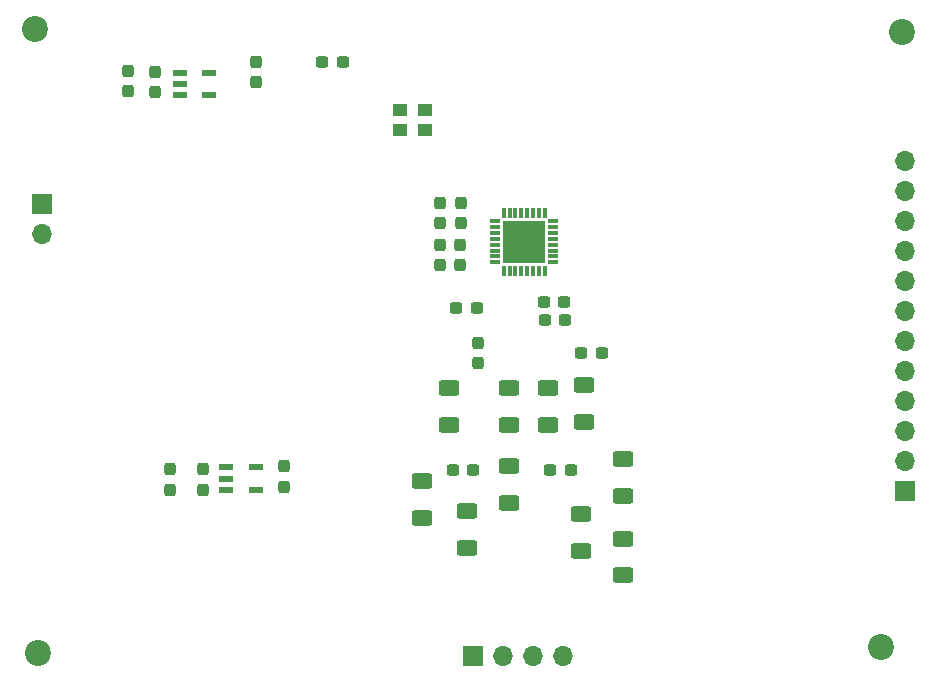
<source format=gbr>
%TF.GenerationSoftware,KiCad,Pcbnew,(6.0.10)*%
%TF.CreationDate,2023-03-06T12:11:40-08:00*%
%TF.ProjectId,PCM5242,50434d35-3234-4322-9e6b-696361645f70,rev?*%
%TF.SameCoordinates,Original*%
%TF.FileFunction,Soldermask,Top*%
%TF.FilePolarity,Negative*%
%FSLAX46Y46*%
G04 Gerber Fmt 4.6, Leading zero omitted, Abs format (unit mm)*
G04 Created by KiCad (PCBNEW (6.0.10)) date 2023-03-06 12:11:40*
%MOMM*%
%LPD*%
G01*
G04 APERTURE LIST*
G04 Aperture macros list*
%AMRoundRect*
0 Rectangle with rounded corners*
0 $1 Rounding radius*
0 $2 $3 $4 $5 $6 $7 $8 $9 X,Y pos of 4 corners*
0 Add a 4 corners polygon primitive as box body*
4,1,4,$2,$3,$4,$5,$6,$7,$8,$9,$2,$3,0*
0 Add four circle primitives for the rounded corners*
1,1,$1+$1,$2,$3*
1,1,$1+$1,$4,$5*
1,1,$1+$1,$6,$7*
1,1,$1+$1,$8,$9*
0 Add four rect primitives between the rounded corners*
20,1,$1+$1,$2,$3,$4,$5,0*
20,1,$1+$1,$4,$5,$6,$7,0*
20,1,$1+$1,$6,$7,$8,$9,0*
20,1,$1+$1,$8,$9,$2,$3,0*%
G04 Aperture macros list end*
%ADD10RoundRect,0.237500X-0.300000X-0.237500X0.300000X-0.237500X0.300000X0.237500X-0.300000X0.237500X0*%
%ADD11C,2.200000*%
%ADD12R,1.700000X1.700000*%
%ADD13O,1.700000X1.700000*%
%ADD14RoundRect,0.237500X0.300000X0.237500X-0.300000X0.237500X-0.300000X-0.237500X0.300000X-0.237500X0*%
%ADD15RoundRect,0.237500X0.237500X-0.300000X0.237500X0.300000X-0.237500X0.300000X-0.237500X-0.300000X0*%
%ADD16RoundRect,0.250000X-0.625000X0.400000X-0.625000X-0.400000X0.625000X-0.400000X0.625000X0.400000X0*%
%ADD17R,1.150000X0.600000*%
%ADD18RoundRect,0.250000X0.625000X-0.400000X0.625000X0.400000X-0.625000X0.400000X-0.625000X-0.400000X0*%
%ADD19RoundRect,0.237500X-0.237500X0.300000X-0.237500X-0.300000X0.237500X-0.300000X0.237500X0.300000X0*%
%ADD20R,0.900000X0.300000*%
%ADD21R,0.300000X0.900000*%
%ADD22R,3.550000X3.550000*%
%ADD23R,1.300000X1.100000*%
G04 APERTURE END LIST*
D10*
%TO.C,C19*%
X74829500Y-81026000D03*
X76554500Y-81026000D03*
%TD*%
D11*
%TO.C,REF\u002A\u002A*%
X123952000Y-78486000D03*
%TD*%
D12*
%TO.C,J2*%
X124206000Y-117353000D03*
D13*
X124206000Y-114813000D03*
X124206000Y-112273000D03*
X124206000Y-109733000D03*
X124206000Y-107193000D03*
X124206000Y-104653000D03*
X124206000Y-102113000D03*
X124206000Y-99573000D03*
X124206000Y-97033000D03*
X124206000Y-94493000D03*
X124206000Y-91953000D03*
X124206000Y-89413000D03*
%TD*%
D14*
%TO.C,C11*%
X95858500Y-115570000D03*
X94133500Y-115570000D03*
%TD*%
D15*
%TO.C,C15*%
X69232750Y-82751000D03*
X69232750Y-81026000D03*
%TD*%
D12*
%TO.C,J3*%
X51100000Y-93100000D03*
D13*
X51100000Y-95640000D03*
%TD*%
D16*
%TO.C,R3*%
X90648000Y-108686000D03*
X90648000Y-111786000D03*
%TD*%
D17*
%TO.C,IC1*%
X62778000Y-81960500D03*
X62778000Y-82910500D03*
X62778000Y-83860500D03*
X65278000Y-83860500D03*
X65278000Y-81960500D03*
%TD*%
D15*
%TO.C,C16*%
X58374000Y-83513000D03*
X58374000Y-81788000D03*
%TD*%
D16*
%TO.C,R4*%
X85598000Y-108660000D03*
X85598000Y-111760000D03*
%TD*%
D12*
%TO.C,J1*%
X87640000Y-131318000D03*
D13*
X90180000Y-131318000D03*
X92720000Y-131318000D03*
X95260000Y-131318000D03*
%TD*%
D16*
%TO.C,R6*%
X90678000Y-115290000D03*
X90678000Y-118390000D03*
%TD*%
D18*
%TO.C,R11*%
X100274000Y-124512000D03*
X100274000Y-121412000D03*
%TD*%
D19*
%TO.C,C2*%
X84836000Y-92958500D03*
X84836000Y-94683500D03*
%TD*%
D10*
%TO.C,C10*%
X93603500Y-101346000D03*
X95328500Y-101346000D03*
%TD*%
D11*
%TO.C,REF\u002A\u002A*%
X122174000Y-130556000D03*
%TD*%
D19*
%TO.C,C4*%
X86500000Y-96537500D03*
X86500000Y-98262500D03*
%TD*%
D16*
%TO.C,R9*%
X96774000Y-119354000D03*
X96774000Y-122454000D03*
%TD*%
D19*
%TO.C,C18*%
X64781250Y-115523500D03*
X64781250Y-117248500D03*
%TD*%
D16*
%TO.C,R8*%
X83248000Y-116560000D03*
X83248000Y-119660000D03*
%TD*%
D19*
%TO.C,C14*%
X61938000Y-115523500D03*
X61938000Y-117248500D03*
%TD*%
D16*
%TO.C,R7*%
X100274000Y-114688000D03*
X100274000Y-117788000D03*
%TD*%
D18*
%TO.C,R10*%
X87122000Y-122200000D03*
X87122000Y-119100000D03*
%TD*%
D16*
%TO.C,R2*%
X97028000Y-108432000D03*
X97028000Y-111532000D03*
%TD*%
D20*
%TO.C,U1*%
X89498000Y-94516000D03*
X89498000Y-95016000D03*
X89498000Y-95516000D03*
X89498000Y-96016000D03*
X89498000Y-96516000D03*
X89498000Y-97016000D03*
X89498000Y-97516000D03*
X89498000Y-98016000D03*
D21*
X90198000Y-98716000D03*
X90698000Y-98716000D03*
X91198000Y-98716000D03*
X91698000Y-98716000D03*
X92198000Y-98716000D03*
X92698000Y-98716000D03*
X93198000Y-98716000D03*
X93698000Y-98716000D03*
D20*
X94398000Y-98016000D03*
X94398000Y-97516000D03*
X94398000Y-97016000D03*
X94398000Y-96516000D03*
X94398000Y-96016000D03*
X94398000Y-95516000D03*
X94398000Y-95016000D03*
X94398000Y-94516000D03*
D21*
X93698000Y-93816000D03*
X93198000Y-93816000D03*
X92698000Y-93816000D03*
X92198000Y-93816000D03*
X91698000Y-93816000D03*
X91198000Y-93816000D03*
X90698000Y-93816000D03*
X90198000Y-93816000D03*
D22*
X91948000Y-96266000D03*
%TD*%
D23*
%TO.C,Y1*%
X81444000Y-86781000D03*
X83544000Y-86781000D03*
X83544000Y-85131000D03*
X81444000Y-85131000D03*
%TD*%
D19*
%TO.C,C7*%
X88048000Y-104801500D03*
X88048000Y-106526500D03*
%TD*%
%TO.C,C1*%
X84836000Y-96514500D03*
X84836000Y-98239500D03*
%TD*%
D17*
%TO.C,IC2*%
X66691250Y-115382000D03*
X66691250Y-116332000D03*
X66691250Y-117282000D03*
X69191250Y-117282000D03*
X69191250Y-115382000D03*
%TD*%
D15*
%TO.C,C5*%
X86614000Y-94683500D03*
X86614000Y-92958500D03*
%TD*%
D10*
%TO.C,C9*%
X93659500Y-102870000D03*
X95384500Y-102870000D03*
%TD*%
D11*
%TO.C,REF\u002A\u002A*%
X50546000Y-78232000D03*
%TD*%
D15*
%TO.C,C13*%
X60660000Y-83613500D03*
X60660000Y-81888500D03*
%TD*%
D11*
%TO.C,REF\u002A\u002A*%
X50800000Y-131064000D03*
%TD*%
D14*
%TO.C,C12*%
X87610500Y-115570000D03*
X85885500Y-115570000D03*
%TD*%
D15*
%TO.C,C17*%
X71639250Y-116994500D03*
X71639250Y-115269500D03*
%TD*%
D10*
%TO.C,C8*%
X96785500Y-105664000D03*
X98510500Y-105664000D03*
%TD*%
D16*
%TO.C,R5*%
X93980000Y-108686000D03*
X93980000Y-111786000D03*
%TD*%
D10*
%TO.C,C6*%
X86203500Y-101854000D03*
X87928500Y-101854000D03*
%TD*%
M02*

</source>
